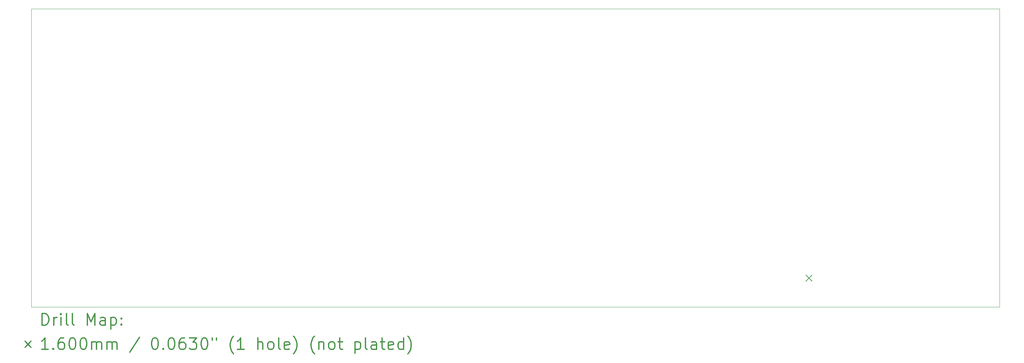
<source format=gbr>
%FSLAX45Y45*%
G04 Gerber Fmt 4.5, Leading zero omitted, Abs format (unit mm)*
G04 Created by KiCad (PCBNEW (5.1.10-1-10_14)) date 2021-11-16 00:20:31*
%MOMM*%
%LPD*%
G01*
G04 APERTURE LIST*
%TA.AperFunction,Profile*%
%ADD10C,0.100000*%
%TD*%
%ADD11C,0.200000*%
%ADD12C,0.300000*%
G04 APERTURE END LIST*
D10*
X25527000Y0D02*
X381000Y0D01*
X25527000Y-7747000D02*
X25527000Y0D01*
X381000Y-7747000D02*
X25527000Y-7747000D01*
X381000Y0D02*
X381000Y-7747000D01*
D11*
X20494000Y-6916000D02*
X20654000Y-7076000D01*
X20654000Y-6916000D02*
X20494000Y-7076000D01*
D12*
X662428Y-8217714D02*
X662428Y-7917714D01*
X733857Y-7917714D01*
X776714Y-7932000D01*
X805286Y-7960571D01*
X819571Y-7989143D01*
X833857Y-8046286D01*
X833857Y-8089143D01*
X819571Y-8146286D01*
X805286Y-8174857D01*
X776714Y-8203429D01*
X733857Y-8217714D01*
X662428Y-8217714D01*
X962428Y-8217714D02*
X962428Y-8017714D01*
X962428Y-8074857D02*
X976714Y-8046286D01*
X991000Y-8032000D01*
X1019571Y-8017714D01*
X1048143Y-8017714D01*
X1148143Y-8217714D02*
X1148143Y-8017714D01*
X1148143Y-7917714D02*
X1133857Y-7932000D01*
X1148143Y-7946286D01*
X1162428Y-7932000D01*
X1148143Y-7917714D01*
X1148143Y-7946286D01*
X1333857Y-8217714D02*
X1305286Y-8203429D01*
X1291000Y-8174857D01*
X1291000Y-7917714D01*
X1491000Y-8217714D02*
X1462428Y-8203429D01*
X1448143Y-8174857D01*
X1448143Y-7917714D01*
X1833857Y-8217714D02*
X1833857Y-7917714D01*
X1933857Y-8132000D01*
X2033857Y-7917714D01*
X2033857Y-8217714D01*
X2305286Y-8217714D02*
X2305286Y-8060571D01*
X2291000Y-8032000D01*
X2262428Y-8017714D01*
X2205286Y-8017714D01*
X2176714Y-8032000D01*
X2305286Y-8203429D02*
X2276714Y-8217714D01*
X2205286Y-8217714D01*
X2176714Y-8203429D01*
X2162428Y-8174857D01*
X2162428Y-8146286D01*
X2176714Y-8117714D01*
X2205286Y-8103429D01*
X2276714Y-8103429D01*
X2305286Y-8089143D01*
X2448143Y-8017714D02*
X2448143Y-8317714D01*
X2448143Y-8032000D02*
X2476714Y-8017714D01*
X2533857Y-8017714D01*
X2562428Y-8032000D01*
X2576714Y-8046286D01*
X2591000Y-8074857D01*
X2591000Y-8160571D01*
X2576714Y-8189143D01*
X2562428Y-8203429D01*
X2533857Y-8217714D01*
X2476714Y-8217714D01*
X2448143Y-8203429D01*
X2719571Y-8189143D02*
X2733857Y-8203429D01*
X2719571Y-8217714D01*
X2705286Y-8203429D01*
X2719571Y-8189143D01*
X2719571Y-8217714D01*
X2719571Y-8032000D02*
X2733857Y-8046286D01*
X2719571Y-8060571D01*
X2705286Y-8046286D01*
X2719571Y-8032000D01*
X2719571Y-8060571D01*
X216000Y-8632000D02*
X376000Y-8792000D01*
X376000Y-8632000D02*
X216000Y-8792000D01*
X819571Y-8847714D02*
X648143Y-8847714D01*
X733857Y-8847714D02*
X733857Y-8547714D01*
X705286Y-8590572D01*
X676714Y-8619143D01*
X648143Y-8633429D01*
X948143Y-8819143D02*
X962428Y-8833429D01*
X948143Y-8847714D01*
X933857Y-8833429D01*
X948143Y-8819143D01*
X948143Y-8847714D01*
X1219571Y-8547714D02*
X1162428Y-8547714D01*
X1133857Y-8562000D01*
X1119571Y-8576286D01*
X1091000Y-8619143D01*
X1076714Y-8676286D01*
X1076714Y-8790572D01*
X1091000Y-8819143D01*
X1105286Y-8833429D01*
X1133857Y-8847714D01*
X1191000Y-8847714D01*
X1219571Y-8833429D01*
X1233857Y-8819143D01*
X1248143Y-8790572D01*
X1248143Y-8719143D01*
X1233857Y-8690572D01*
X1219571Y-8676286D01*
X1191000Y-8662000D01*
X1133857Y-8662000D01*
X1105286Y-8676286D01*
X1091000Y-8690572D01*
X1076714Y-8719143D01*
X1433857Y-8547714D02*
X1462428Y-8547714D01*
X1491000Y-8562000D01*
X1505286Y-8576286D01*
X1519571Y-8604857D01*
X1533857Y-8662000D01*
X1533857Y-8733429D01*
X1519571Y-8790572D01*
X1505286Y-8819143D01*
X1491000Y-8833429D01*
X1462428Y-8847714D01*
X1433857Y-8847714D01*
X1405286Y-8833429D01*
X1391000Y-8819143D01*
X1376714Y-8790572D01*
X1362428Y-8733429D01*
X1362428Y-8662000D01*
X1376714Y-8604857D01*
X1391000Y-8576286D01*
X1405286Y-8562000D01*
X1433857Y-8547714D01*
X1719571Y-8547714D02*
X1748143Y-8547714D01*
X1776714Y-8562000D01*
X1791000Y-8576286D01*
X1805286Y-8604857D01*
X1819571Y-8662000D01*
X1819571Y-8733429D01*
X1805286Y-8790572D01*
X1791000Y-8819143D01*
X1776714Y-8833429D01*
X1748143Y-8847714D01*
X1719571Y-8847714D01*
X1691000Y-8833429D01*
X1676714Y-8819143D01*
X1662428Y-8790572D01*
X1648143Y-8733429D01*
X1648143Y-8662000D01*
X1662428Y-8604857D01*
X1676714Y-8576286D01*
X1691000Y-8562000D01*
X1719571Y-8547714D01*
X1948143Y-8847714D02*
X1948143Y-8647714D01*
X1948143Y-8676286D02*
X1962428Y-8662000D01*
X1991000Y-8647714D01*
X2033857Y-8647714D01*
X2062428Y-8662000D01*
X2076714Y-8690572D01*
X2076714Y-8847714D01*
X2076714Y-8690572D02*
X2091000Y-8662000D01*
X2119571Y-8647714D01*
X2162428Y-8647714D01*
X2191000Y-8662000D01*
X2205286Y-8690572D01*
X2205286Y-8847714D01*
X2348143Y-8847714D02*
X2348143Y-8647714D01*
X2348143Y-8676286D02*
X2362428Y-8662000D01*
X2391000Y-8647714D01*
X2433857Y-8647714D01*
X2462428Y-8662000D01*
X2476714Y-8690572D01*
X2476714Y-8847714D01*
X2476714Y-8690572D02*
X2491000Y-8662000D01*
X2519571Y-8647714D01*
X2562428Y-8647714D01*
X2591000Y-8662000D01*
X2605286Y-8690572D01*
X2605286Y-8847714D01*
X3191000Y-8533429D02*
X2933857Y-8919143D01*
X3576714Y-8547714D02*
X3605286Y-8547714D01*
X3633857Y-8562000D01*
X3648143Y-8576286D01*
X3662428Y-8604857D01*
X3676714Y-8662000D01*
X3676714Y-8733429D01*
X3662428Y-8790572D01*
X3648143Y-8819143D01*
X3633857Y-8833429D01*
X3605286Y-8847714D01*
X3576714Y-8847714D01*
X3548143Y-8833429D01*
X3533857Y-8819143D01*
X3519571Y-8790572D01*
X3505286Y-8733429D01*
X3505286Y-8662000D01*
X3519571Y-8604857D01*
X3533857Y-8576286D01*
X3548143Y-8562000D01*
X3576714Y-8547714D01*
X3805286Y-8819143D02*
X3819571Y-8833429D01*
X3805286Y-8847714D01*
X3791000Y-8833429D01*
X3805286Y-8819143D01*
X3805286Y-8847714D01*
X4005286Y-8547714D02*
X4033857Y-8547714D01*
X4062428Y-8562000D01*
X4076714Y-8576286D01*
X4091000Y-8604857D01*
X4105286Y-8662000D01*
X4105286Y-8733429D01*
X4091000Y-8790572D01*
X4076714Y-8819143D01*
X4062428Y-8833429D01*
X4033857Y-8847714D01*
X4005286Y-8847714D01*
X3976714Y-8833429D01*
X3962428Y-8819143D01*
X3948143Y-8790572D01*
X3933857Y-8733429D01*
X3933857Y-8662000D01*
X3948143Y-8604857D01*
X3962428Y-8576286D01*
X3976714Y-8562000D01*
X4005286Y-8547714D01*
X4362428Y-8547714D02*
X4305286Y-8547714D01*
X4276714Y-8562000D01*
X4262428Y-8576286D01*
X4233857Y-8619143D01*
X4219571Y-8676286D01*
X4219571Y-8790572D01*
X4233857Y-8819143D01*
X4248143Y-8833429D01*
X4276714Y-8847714D01*
X4333857Y-8847714D01*
X4362428Y-8833429D01*
X4376714Y-8819143D01*
X4391000Y-8790572D01*
X4391000Y-8719143D01*
X4376714Y-8690572D01*
X4362428Y-8676286D01*
X4333857Y-8662000D01*
X4276714Y-8662000D01*
X4248143Y-8676286D01*
X4233857Y-8690572D01*
X4219571Y-8719143D01*
X4491000Y-8547714D02*
X4676714Y-8547714D01*
X4576714Y-8662000D01*
X4619571Y-8662000D01*
X4648143Y-8676286D01*
X4662428Y-8690572D01*
X4676714Y-8719143D01*
X4676714Y-8790572D01*
X4662428Y-8819143D01*
X4648143Y-8833429D01*
X4619571Y-8847714D01*
X4533857Y-8847714D01*
X4505286Y-8833429D01*
X4491000Y-8819143D01*
X4862428Y-8547714D02*
X4891000Y-8547714D01*
X4919571Y-8562000D01*
X4933857Y-8576286D01*
X4948143Y-8604857D01*
X4962428Y-8662000D01*
X4962428Y-8733429D01*
X4948143Y-8790572D01*
X4933857Y-8819143D01*
X4919571Y-8833429D01*
X4891000Y-8847714D01*
X4862428Y-8847714D01*
X4833857Y-8833429D01*
X4819571Y-8819143D01*
X4805286Y-8790572D01*
X4791000Y-8733429D01*
X4791000Y-8662000D01*
X4805286Y-8604857D01*
X4819571Y-8576286D01*
X4833857Y-8562000D01*
X4862428Y-8547714D01*
X5076714Y-8547714D02*
X5076714Y-8604857D01*
X5191000Y-8547714D02*
X5191000Y-8604857D01*
X5633857Y-8962000D02*
X5619571Y-8947714D01*
X5591000Y-8904857D01*
X5576714Y-8876286D01*
X5562428Y-8833429D01*
X5548143Y-8762000D01*
X5548143Y-8704857D01*
X5562428Y-8633429D01*
X5576714Y-8590572D01*
X5591000Y-8562000D01*
X5619571Y-8519143D01*
X5633857Y-8504857D01*
X5905286Y-8847714D02*
X5733857Y-8847714D01*
X5819571Y-8847714D02*
X5819571Y-8547714D01*
X5791000Y-8590572D01*
X5762428Y-8619143D01*
X5733857Y-8633429D01*
X6262428Y-8847714D02*
X6262428Y-8547714D01*
X6391000Y-8847714D02*
X6391000Y-8690572D01*
X6376714Y-8662000D01*
X6348143Y-8647714D01*
X6305286Y-8647714D01*
X6276714Y-8662000D01*
X6262428Y-8676286D01*
X6576714Y-8847714D02*
X6548143Y-8833429D01*
X6533857Y-8819143D01*
X6519571Y-8790572D01*
X6519571Y-8704857D01*
X6533857Y-8676286D01*
X6548143Y-8662000D01*
X6576714Y-8647714D01*
X6619571Y-8647714D01*
X6648143Y-8662000D01*
X6662428Y-8676286D01*
X6676714Y-8704857D01*
X6676714Y-8790572D01*
X6662428Y-8819143D01*
X6648143Y-8833429D01*
X6619571Y-8847714D01*
X6576714Y-8847714D01*
X6848143Y-8847714D02*
X6819571Y-8833429D01*
X6805286Y-8804857D01*
X6805286Y-8547714D01*
X7076714Y-8833429D02*
X7048143Y-8847714D01*
X6991000Y-8847714D01*
X6962428Y-8833429D01*
X6948143Y-8804857D01*
X6948143Y-8690572D01*
X6962428Y-8662000D01*
X6991000Y-8647714D01*
X7048143Y-8647714D01*
X7076714Y-8662000D01*
X7091000Y-8690572D01*
X7091000Y-8719143D01*
X6948143Y-8747714D01*
X7191000Y-8962000D02*
X7205286Y-8947714D01*
X7233857Y-8904857D01*
X7248143Y-8876286D01*
X7262428Y-8833429D01*
X7276714Y-8762000D01*
X7276714Y-8704857D01*
X7262428Y-8633429D01*
X7248143Y-8590572D01*
X7233857Y-8562000D01*
X7205286Y-8519143D01*
X7191000Y-8504857D01*
X7733857Y-8962000D02*
X7719571Y-8947714D01*
X7691000Y-8904857D01*
X7676714Y-8876286D01*
X7662428Y-8833429D01*
X7648143Y-8762000D01*
X7648143Y-8704857D01*
X7662428Y-8633429D01*
X7676714Y-8590572D01*
X7691000Y-8562000D01*
X7719571Y-8519143D01*
X7733857Y-8504857D01*
X7848143Y-8647714D02*
X7848143Y-8847714D01*
X7848143Y-8676286D02*
X7862428Y-8662000D01*
X7891000Y-8647714D01*
X7933857Y-8647714D01*
X7962428Y-8662000D01*
X7976714Y-8690572D01*
X7976714Y-8847714D01*
X8162428Y-8847714D02*
X8133857Y-8833429D01*
X8119571Y-8819143D01*
X8105286Y-8790572D01*
X8105286Y-8704857D01*
X8119571Y-8676286D01*
X8133857Y-8662000D01*
X8162428Y-8647714D01*
X8205286Y-8647714D01*
X8233857Y-8662000D01*
X8248143Y-8676286D01*
X8262428Y-8704857D01*
X8262428Y-8790572D01*
X8248143Y-8819143D01*
X8233857Y-8833429D01*
X8205286Y-8847714D01*
X8162428Y-8847714D01*
X8348143Y-8647714D02*
X8462428Y-8647714D01*
X8391000Y-8547714D02*
X8391000Y-8804857D01*
X8405286Y-8833429D01*
X8433857Y-8847714D01*
X8462428Y-8847714D01*
X8791000Y-8647714D02*
X8791000Y-8947714D01*
X8791000Y-8662000D02*
X8819571Y-8647714D01*
X8876714Y-8647714D01*
X8905286Y-8662000D01*
X8919571Y-8676286D01*
X8933857Y-8704857D01*
X8933857Y-8790572D01*
X8919571Y-8819143D01*
X8905286Y-8833429D01*
X8876714Y-8847714D01*
X8819571Y-8847714D01*
X8791000Y-8833429D01*
X9105286Y-8847714D02*
X9076714Y-8833429D01*
X9062428Y-8804857D01*
X9062428Y-8547714D01*
X9348143Y-8847714D02*
X9348143Y-8690572D01*
X9333857Y-8662000D01*
X9305286Y-8647714D01*
X9248143Y-8647714D01*
X9219571Y-8662000D01*
X9348143Y-8833429D02*
X9319571Y-8847714D01*
X9248143Y-8847714D01*
X9219571Y-8833429D01*
X9205286Y-8804857D01*
X9205286Y-8776286D01*
X9219571Y-8747714D01*
X9248143Y-8733429D01*
X9319571Y-8733429D01*
X9348143Y-8719143D01*
X9448143Y-8647714D02*
X9562428Y-8647714D01*
X9491000Y-8547714D02*
X9491000Y-8804857D01*
X9505286Y-8833429D01*
X9533857Y-8847714D01*
X9562428Y-8847714D01*
X9776714Y-8833429D02*
X9748143Y-8847714D01*
X9691000Y-8847714D01*
X9662428Y-8833429D01*
X9648143Y-8804857D01*
X9648143Y-8690572D01*
X9662428Y-8662000D01*
X9691000Y-8647714D01*
X9748143Y-8647714D01*
X9776714Y-8662000D01*
X9791000Y-8690572D01*
X9791000Y-8719143D01*
X9648143Y-8747714D01*
X10048143Y-8847714D02*
X10048143Y-8547714D01*
X10048143Y-8833429D02*
X10019571Y-8847714D01*
X9962428Y-8847714D01*
X9933857Y-8833429D01*
X9919571Y-8819143D01*
X9905286Y-8790572D01*
X9905286Y-8704857D01*
X9919571Y-8676286D01*
X9933857Y-8662000D01*
X9962428Y-8647714D01*
X10019571Y-8647714D01*
X10048143Y-8662000D01*
X10162428Y-8962000D02*
X10176714Y-8947714D01*
X10205286Y-8904857D01*
X10219571Y-8876286D01*
X10233857Y-8833429D01*
X10248143Y-8762000D01*
X10248143Y-8704857D01*
X10233857Y-8633429D01*
X10219571Y-8590572D01*
X10205286Y-8562000D01*
X10176714Y-8519143D01*
X10162428Y-8504857D01*
M02*

</source>
